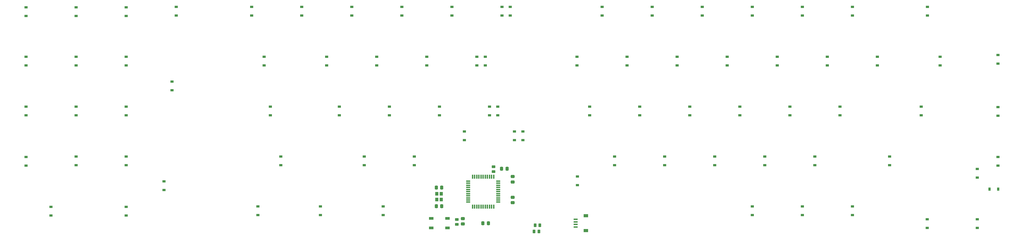
<source format=gbr>
%TF.GenerationSoftware,KiCad,Pcbnew,(6.0.1)*%
%TF.CreationDate,2022-02-12T16:29:40-05:00*%
%TF.ProjectId,PCB,5043422e-6b69-4636-9164-5f7063625858,rev?*%
%TF.SameCoordinates,Original*%
%TF.FileFunction,Paste,Bot*%
%TF.FilePolarity,Positive*%
%FSLAX46Y46*%
G04 Gerber Fmt 4.6, Leading zero omitted, Abs format (unit mm)*
G04 Created by KiCad (PCBNEW (6.0.1)) date 2022-02-12 16:29:40*
%MOMM*%
%LPD*%
G01*
G04 APERTURE LIST*
G04 Aperture macros list*
%AMRoundRect*
0 Rectangle with rounded corners*
0 $1 Rounding radius*
0 $2 $3 $4 $5 $6 $7 $8 $9 X,Y pos of 4 corners*
0 Add a 4 corners polygon primitive as box body*
4,1,4,$2,$3,$4,$5,$6,$7,$8,$9,$2,$3,0*
0 Add four circle primitives for the rounded corners*
1,1,$1+$1,$2,$3*
1,1,$1+$1,$4,$5*
1,1,$1+$1,$6,$7*
1,1,$1+$1,$8,$9*
0 Add four rect primitives between the rounded corners*
20,1,$1+$1,$2,$3,$4,$5,0*
20,1,$1+$1,$4,$5,$6,$7,0*
20,1,$1+$1,$6,$7,$8,$9,0*
20,1,$1+$1,$8,$9,$2,$3,0*%
G04 Aperture macros list end*
%ADD10R,1.800000X1.100000*%
%ADD11RoundRect,0.250000X0.337500X0.475000X-0.337500X0.475000X-0.337500X-0.475000X0.337500X-0.475000X0*%
%ADD12R,1.200000X0.900000*%
%ADD13RoundRect,0.250000X-0.450000X0.262500X-0.450000X-0.262500X0.450000X-0.262500X0.450000X0.262500X0*%
%ADD14RoundRect,0.250000X-0.337500X-0.475000X0.337500X-0.475000X0.337500X0.475000X-0.337500X0.475000X0*%
%ADD15R,0.900000X1.200000*%
%ADD16RoundRect,0.250000X0.262500X0.450000X-0.262500X0.450000X-0.262500X-0.450000X0.262500X-0.450000X0*%
%ADD17RoundRect,0.250000X0.450000X-0.262500X0.450000X0.262500X-0.450000X0.262500X-0.450000X-0.262500X0*%
%ADD18R,0.550000X1.500000*%
%ADD19R,1.500000X0.550000*%
%ADD20R,1.800000X1.200000*%
%ADD21R,1.550000X0.600000*%
%ADD22R,1.200000X1.400000*%
%ADD23RoundRect,0.250000X-0.475000X0.337500X-0.475000X-0.337500X0.475000X-0.337500X0.475000X0.337500X0*%
%ADD24RoundRect,0.250000X0.475000X-0.337500X0.475000X0.337500X-0.475000X0.337500X-0.475000X-0.337500X0*%
G04 APERTURE END LIST*
D10*
%TO.C,SW1*%
X281856250Y-289305751D03*
X275656250Y-293005751D03*
X281856250Y-293005751D03*
X275656250Y-289305751D03*
%TD*%
D11*
%TO.C,C1*%
X304518750Y-270399501D03*
X302443750Y-270399501D03*
%TD*%
D12*
%TO.C,D45*%
X310506250Y-259468251D03*
X310506250Y-256168251D03*
%TD*%
%TO.C,D40*%
X297806250Y-249943251D03*
X297806250Y-246643251D03*
%TD*%
%TO.C,D29*%
X245418750Y-211843251D03*
X245418750Y-208543251D03*
%TD*%
%TO.C,D61*%
X407343750Y-230893251D03*
X407343750Y-227593251D03*
%TD*%
%TO.C,D41*%
X307331250Y-259468251D03*
X307331250Y-256168251D03*
%TD*%
%TO.C,D43*%
X331143750Y-230893251D03*
X331143750Y-227593251D03*
%TD*%
D13*
%TO.C,R3*%
X285415625Y-289752626D03*
X285415625Y-291577626D03*
%TD*%
D12*
%TO.C,D25*%
X254943750Y-230893251D03*
X254943750Y-227593251D03*
%TD*%
%TO.C,D56*%
X388293750Y-230893251D03*
X388293750Y-227593251D03*
%TD*%
%TO.C,D22*%
X218431250Y-268993251D03*
X218431250Y-265693251D03*
%TD*%
D11*
%TO.C,C3*%
X279643750Y-284687001D03*
X277568750Y-284687001D03*
%TD*%
D12*
%TO.C,D55*%
X359718750Y-211843251D03*
X359718750Y-208543251D03*
%TD*%
%TO.C,D74*%
X464343750Y-292956250D03*
X464343750Y-289656250D03*
%TD*%
D14*
%TO.C,C5*%
X295300000Y-291155751D03*
X297375000Y-291155751D03*
%TD*%
D12*
%TO.C,D18*%
X177006250Y-240418251D03*
X177006250Y-237118251D03*
%TD*%
%TO.C,D67*%
X412106250Y-249943251D03*
X412106250Y-246643251D03*
%TD*%
%TO.C,D72*%
X431156250Y-249943251D03*
X431156250Y-246643251D03*
%TD*%
D15*
%TO.C,D84*%
X488093750Y-278138251D03*
X491393750Y-278138251D03*
%TD*%
D12*
%TO.C,D78*%
X483393750Y-273755751D03*
X483393750Y-270455751D03*
%TD*%
%TO.C,D76*%
X469256250Y-230893251D03*
X469256250Y-227593251D03*
%TD*%
%TO.C,D62*%
X393056250Y-249943251D03*
X393056250Y-246643251D03*
%TD*%
%TO.C,D39*%
X296218750Y-230893251D03*
X296218750Y-227593251D03*
%TD*%
%TO.C,D24*%
X226368750Y-211843251D03*
X226368750Y-208543251D03*
%TD*%
%TO.C,D80*%
X464493750Y-211843251D03*
X464493750Y-208543251D03*
%TD*%
%TO.C,D69*%
X435918750Y-288043251D03*
X435918750Y-284743251D03*
%TD*%
%TO.C,D17*%
X212081250Y-230893251D03*
X212081250Y-227593251D03*
%TD*%
%TO.C,D75*%
X435918750Y-211843251D03*
X435918750Y-208543251D03*
%TD*%
D16*
%TO.C,R2*%
X316593750Y-294330751D03*
X314768750Y-294330751D03*
%TD*%
D12*
%TO.C,D71*%
X445443750Y-230893251D03*
X445443750Y-227593251D03*
%TD*%
%TO.C,D36*%
X278756250Y-249943251D03*
X278756250Y-246643251D03*
%TD*%
%TO.C,D54*%
X364481250Y-268993251D03*
X364481250Y-265693251D03*
%TD*%
%TO.C,D70*%
X416868750Y-211843251D03*
X416868750Y-208543251D03*
%TD*%
%TO.C,D65*%
X397818750Y-211843251D03*
X397818750Y-208543251D03*
%TD*%
%TO.C,D52*%
X369243750Y-230893251D03*
X369243750Y-227593251D03*
%TD*%
%TO.C,D30*%
X273993750Y-230893251D03*
X273993750Y-227593251D03*
%TD*%
%TO.C,D37*%
X288281250Y-259468251D03*
X288281250Y-256168251D03*
%TD*%
%TO.C,D8*%
X140493750Y-249943251D03*
X140493750Y-246643251D03*
%TD*%
D17*
%TO.C,R4*%
X299393750Y-271430751D03*
X299393750Y-269605751D03*
%TD*%
D12*
%TO.C,D79*%
X483393750Y-292956250D03*
X483393750Y-289656250D03*
%TD*%
%TO.C,D12*%
X159543750Y-230893251D03*
X159543750Y-227593251D03*
%TD*%
%TO.C,D58*%
X383531250Y-268993251D03*
X383531250Y-265693251D03*
%TD*%
%TO.C,D82*%
X491331250Y-250093750D03*
X491331250Y-246793750D03*
%TD*%
%TO.C,D47*%
X350193750Y-230893251D03*
X350193750Y-227593251D03*
%TD*%
%TO.C,D50*%
X331302500Y-273313251D03*
X331302500Y-276613251D03*
%TD*%
%TO.C,D49*%
X345431250Y-268993251D03*
X345431250Y-265693251D03*
%TD*%
%TO.C,D42*%
X302568750Y-211843251D03*
X302568750Y-208543251D03*
%TD*%
%TO.C,D83*%
X491331250Y-269143750D03*
X491331250Y-265843750D03*
%TD*%
%TO.C,D73*%
X450056250Y-268993251D03*
X450056250Y-265693251D03*
%TD*%
%TO.C,D57*%
X374006250Y-249943251D03*
X374006250Y-246643251D03*
%TD*%
%TO.C,D33*%
X257325000Y-288043251D03*
X257325000Y-284743251D03*
%TD*%
D18*
%TO.C,U1*%
X299400000Y-284805751D03*
X298600000Y-284805751D03*
X297800000Y-284805751D03*
X297000000Y-284805751D03*
X296200000Y-284805751D03*
X295400000Y-284805751D03*
X294600000Y-284805751D03*
X293800000Y-284805751D03*
X293000000Y-284805751D03*
X292200000Y-284805751D03*
X291400000Y-284805751D03*
D19*
X289700000Y-283105751D03*
X289700000Y-282305751D03*
X289700000Y-281505751D03*
X289700000Y-280705751D03*
X289700000Y-279905751D03*
X289700000Y-279105751D03*
X289700000Y-278305751D03*
X289700000Y-277505751D03*
X289700000Y-276705751D03*
X289700000Y-275905751D03*
X289700000Y-275105751D03*
D18*
X291400000Y-273405751D03*
X292200000Y-273405751D03*
X293000000Y-273405751D03*
X293800000Y-273405751D03*
X294600000Y-273405751D03*
X295400000Y-273405751D03*
X296200000Y-273405751D03*
X297000000Y-273405751D03*
X297800000Y-273405751D03*
X298600000Y-273405751D03*
X299400000Y-273405751D03*
D19*
X301100000Y-275105751D03*
X301100000Y-275905751D03*
X301100000Y-276705751D03*
X301100000Y-277505751D03*
X301100000Y-278305751D03*
X301100000Y-279105751D03*
X301100000Y-279905751D03*
X301100000Y-280705751D03*
X301100000Y-281505751D03*
X301100000Y-282305751D03*
X301100000Y-283105751D03*
%TD*%
D12*
%TO.C,D68*%
X421631250Y-268993251D03*
X421631250Y-265693251D03*
%TD*%
%TO.C,D15*%
X173981250Y-278518251D03*
X173981250Y-275218251D03*
%TD*%
%TO.C,D2*%
X121443750Y-230893251D03*
X121443750Y-227593251D03*
%TD*%
%TO.C,D51*%
X340668750Y-211843251D03*
X340668750Y-208543251D03*
%TD*%
D20*
%TO.C,J1*%
X334481250Y-288355751D03*
X334481250Y-293955751D03*
D21*
X330606250Y-289655751D03*
X330606250Y-290655751D03*
X330606250Y-291655751D03*
X330606250Y-292655751D03*
%TD*%
D12*
%TO.C,D64*%
X416868750Y-288043251D03*
X416868750Y-284743251D03*
%TD*%
%TO.C,D20*%
X235893750Y-230893251D03*
X235893750Y-227593251D03*
%TD*%
%TO.C,D31*%
X259706250Y-249943251D03*
X259706250Y-246643251D03*
%TD*%
%TO.C,D26*%
X240656250Y-249943251D03*
X240656250Y-246643251D03*
%TD*%
%TO.C,D3*%
X121443750Y-249943251D03*
X121443750Y-246643251D03*
%TD*%
D22*
%TO.C,Y1*%
X277756250Y-282124501D03*
X277756250Y-279924501D03*
X279456250Y-279924501D03*
X279456250Y-282124501D03*
%TD*%
D12*
%TO.C,D81*%
X491331250Y-230250000D03*
X491331250Y-226950000D03*
%TD*%
%TO.C,D38*%
X283518750Y-211843251D03*
X283518750Y-208543251D03*
%TD*%
D23*
%TO.C,C4*%
X287671875Y-289383876D03*
X287671875Y-291458876D03*
%TD*%
D12*
%TO.C,D11*%
X159543750Y-211993750D03*
X159543750Y-208693750D03*
%TD*%
%TO.C,D46*%
X305743750Y-211843251D03*
X305743750Y-208543251D03*
%TD*%
%TO.C,D10*%
X159543750Y-288193750D03*
X159543750Y-284893750D03*
%TD*%
%TO.C,D23*%
X209700000Y-288043251D03*
X209700000Y-284743251D03*
%TD*%
%TO.C,D9*%
X140493750Y-268993251D03*
X140493750Y-265693251D03*
%TD*%
%TO.C,D32*%
X269231250Y-268993251D03*
X269231250Y-265693251D03*
%TD*%
D16*
%TO.C,R1*%
X316975000Y-291949501D03*
X315150000Y-291949501D03*
%TD*%
D12*
%TO.C,D16*%
X178593750Y-211843251D03*
X178593750Y-208543251D03*
%TD*%
%TO.C,D66*%
X426393750Y-230893251D03*
X426393750Y-227593251D03*
%TD*%
%TO.C,D48*%
X335906250Y-249943251D03*
X335906250Y-246643251D03*
%TD*%
%TO.C,D60*%
X378768750Y-211843251D03*
X378768750Y-208543251D03*
%TD*%
%TO.C,D7*%
X140493750Y-230893251D03*
X140493750Y-227593251D03*
%TD*%
%TO.C,D35*%
X293043750Y-230893251D03*
X293043750Y-227593251D03*
%TD*%
%TO.C,D5*%
X130968750Y-288193750D03*
X130968750Y-284893750D03*
%TD*%
%TO.C,D59*%
X397818750Y-288043251D03*
X397818750Y-284743251D03*
%TD*%
%TO.C,D77*%
X462112500Y-249943251D03*
X462112500Y-246643251D03*
%TD*%
%TO.C,D14*%
X159543750Y-268993251D03*
X159543750Y-265693251D03*
%TD*%
%TO.C,D1*%
X121443750Y-211993750D03*
X121443750Y-208693750D03*
%TD*%
%TO.C,D34*%
X264468750Y-211843251D03*
X264468750Y-208543251D03*
%TD*%
D14*
%TO.C,C2*%
X277568750Y-277543251D03*
X279643750Y-277543251D03*
%TD*%
D12*
%TO.C,D27*%
X250181250Y-268993251D03*
X250181250Y-265693251D03*
%TD*%
%TO.C,D28*%
X233512500Y-288043251D03*
X233512500Y-284743251D03*
%TD*%
%TO.C,D44*%
X300981250Y-249943251D03*
X300981250Y-246643251D03*
%TD*%
%TO.C,D19*%
X207318750Y-211843251D03*
X207318750Y-208543251D03*
%TD*%
%TO.C,D53*%
X354956250Y-249943251D03*
X354956250Y-246643251D03*
%TD*%
%TO.C,D63*%
X402581250Y-268993251D03*
X402581250Y-265693251D03*
%TD*%
%TO.C,D6*%
X140493750Y-211993750D03*
X140493750Y-208693750D03*
%TD*%
D24*
%TO.C,C7*%
X306656250Y-283343251D03*
X306656250Y-281268251D03*
%TD*%
D23*
%TO.C,C6*%
X306656250Y-273330751D03*
X306656250Y-275405751D03*
%TD*%
D12*
%TO.C,D4*%
X121443750Y-269143750D03*
X121443750Y-265843750D03*
%TD*%
%TO.C,D21*%
X214462500Y-249943251D03*
X214462500Y-246643251D03*
%TD*%
%TO.C,D13*%
X159543750Y-249943251D03*
X159543750Y-246643251D03*
%TD*%
M02*

</source>
